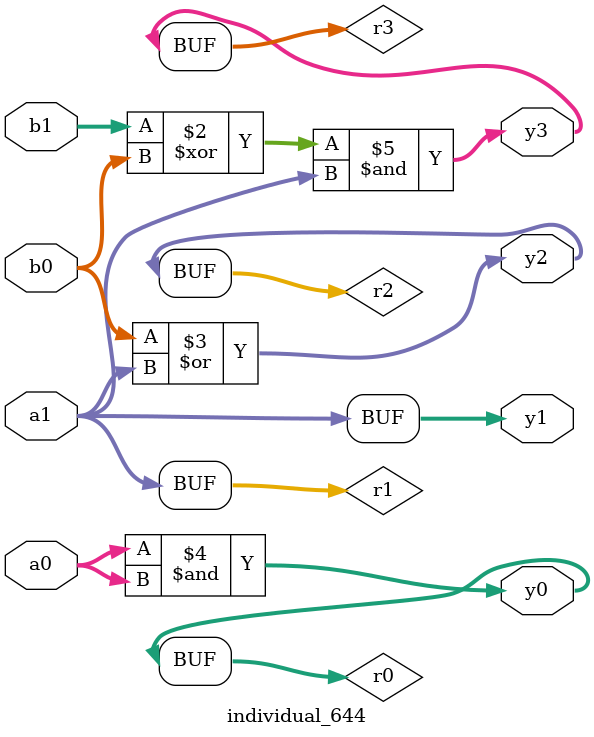
<source format=sv>
module individual_644(input logic [15:0] a1, input logic [15:0] a0, input logic [15:0] b1, input logic [15:0] b0, output logic [15:0] y3, output logic [15:0] y2, output logic [15:0] y1, output logic [15:0] y0);
logic [15:0] r0, r1, r2, r3; 
 always@(*) begin 
	 r0 = a0; r1 = a1; r2 = b0; r3 = b1; 
 	 r3  ^=  r2 ;
 	 r2  |=  a1 ;
 	 r0  &=  a0 ;
 	 r3  &=  r1 ;
 	 y3 = r3; y2 = r2; y1 = r1; y0 = r0; 
end
endmodule
</source>
